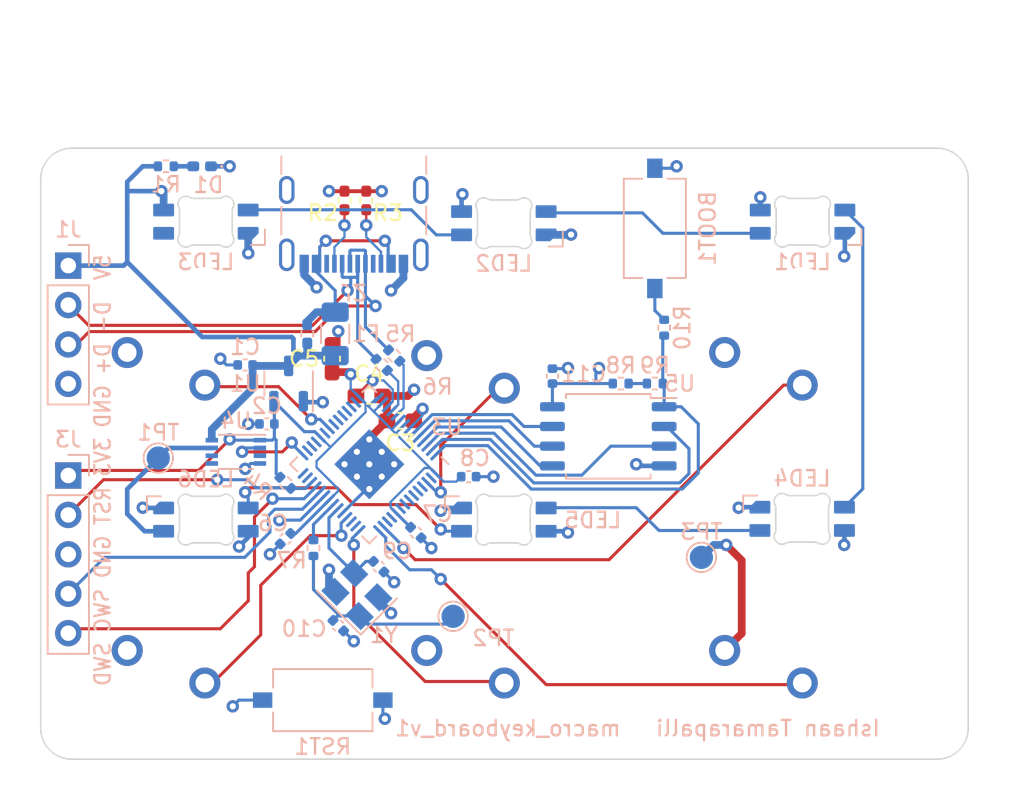
<source format=kicad_pcb>
(kicad_pcb (version 20221018) (generator pcbnew)
  (layers (0 "F.Cu" signal) (1 "In1.Cu" signal) (2 "In2.Cu" signal) (31 "B.Cu" signal) (34 "B.Paste" user) (35 "F.Paste" user) (36 "B.SilkS" user "B.Silkscreen") (37 "F.SilkS" user "F.Silkscreen") (38 "B.Mask" user) (39 "F.Mask" user) (44 "Edge.Cuts" user))
  (net 0 "")
  (net 1 "GND")
  (net 2 "Net-(BOOT1-Pad2)")
  (net 3 "+5V")
  (net 4 "+3V3")
  (net 5 "+1V1")
  (net 6 "/XIN")
  (net 7 "Net-(C10-Pad1)")
  (net 8 "Net-(D1-A)")
  (net 9 "VBUS")
  (net 10 "/USB_D-")
  (net 11 "/USB_D+")
  (net 12 "Net-(J2-CC1)")
  (net 14 "Net-(J2-CC2)")
  (net 17 "/RESET")
  (net 18 "/SWC")
  (net 19 "/SWD")
  (net 20 "/LED_CTRL_5V")
  (net 21 "Net-(U3-USB_DP)")
  (net 22 "Net-(U3-USB_DM)")
  (net 23 "/XOUT")
  (net 24 "Net-(R8-Pad1)")
  (net 25 "/Q_SEL")
  (net 48 "/Q_IO3")
  (net 49 "/Q_CLK")
  (net 50 "/Q_IO0")
  (net 51 "/Q_IO2")
  (net 52 "/Q_IO1")
  (net 53 "/LED_CTRL_3V3")
  (net 57 "Net-(LED4-DIN)")
  (net 58 "Net-(LED5-DIN)")
  (net 59 "Net-(LED1-DOUT)")
  (net 60 "Net-(LED2-DOUT)")
  (net 62 "Net-(LED1-DIN)")
  (net 63 "/GPIO23")
  (net 64 "/GPIO1")
  (net 65 "/GPIO15")
  (net 66 "/GPIO12")
  (net 67 "/GPIO11")
  (net 68 "/GPIO10")
  (footprint "Capacitor_SMD:C_0603_1608Metric_Pad1.08x0.95mm_HandSolder" (layer "F.Cu") (at 175.4 83.8 90)
    (fp_text reference "C5")
    (fp_text value "10u")
  )
  (footprint "PCM_marbastlib-choc:SW_choc_v1_1u" (layer "F.Cu") (at 186.5 98.8)
    (fp_text reference "CH11" hide)
    (fp_text value "choc_SW_solder" hide)
  )
  (footprint "PCM_marbastlib-choc:SW_choc_v1_1u" (layer "F.Cu") (at 205.7 98.8)
    (fp_text reference "CH12" hide)
    (fp_text value "choc_SW_solder" hide)
  )
  (footprint "PCM_marbastlib-choc:SW_choc_v1_1u" (layer "F.Cu") (at 167.2 98.8)
    (fp_text reference "CH10" hide)
    (fp_text value "choc_SW_solder" hide)
  )
  (footprint "Capacitor_SMD:C_0603_1608Metric_Pad1.08x0.95mm_HandSolder" (layer "F.Cu") (at 179.8 87.8 180)
    (fp_text reference "C3")
    (fp_text value "1u")
  )
  (footprint "PCM_marbastlib-choc:SW_choc_v1_1u" (layer "F.Cu") (at 186.5 79.8)
    (fp_text reference "CH8" hide)
    (fp_text value "choc_SW_solder" hide)
  )
  (footprint "PCM_marbastlib-choc:SW_choc_v1_1u" (layer "F.Cu") (at 167.2 79.6)
    (fp_text reference "CH7" hide)
    (fp_text value "choc_SW_solder" hide)
  )
  (footprint "Capacitor_SMD:C_0603_1608Metric_Pad1.08x0.95mm_HandSolder" (layer "F.Cu") (at 177.8 86.2)
    (fp_text reference "C4")
    (fp_text value "100n")
  )
  (footprint "Resistor_SMD:R_0402_1005Metric_Pad0.72x0.64mm_HandSolder" (layer "F.Cu") (at 177.6 73.6 90)
    (fp_text reference "R3")
    (fp_text value "5k1")
  )
  (footprint "PCM_marbastlib-choc:SW_choc_v1_1u" (layer "F.Cu") (at 205.7 79.6)
    (fp_text reference "CH9" hide)
    (fp_text value "choc_SW_solder" hide)
  )
  (footprint "Resistor_SMD:R_0402_1005Metric_Pad0.72x0.64mm_HandSolder" (layer "F.Cu") (at 176.2 73.6 90)
    (fp_text reference "R2")
    (fp_text value "5k1")
  )
  (footprint "Resistor_SMD:R_0402_1005Metric" (layer "B.Cu") (at 196.2 85.4 180)
    (fp_text reference "R9")
    (fp_text value "5k1")
  )
  (footprint "Package_DFN_QFN:QFN-56-1EP_7x7mm_P0.4mm_EP3.2x3.2mm" (layer "B.Cu") (at 177.8 90.6 135)
    (fp_text reference "U3")
    (fp_text value "RP2040")
  )
  (footprint "Resistor_SMD:R_0402_1005Metric" (layer "B.Cu") (at 194 85.4 180)
    (fp_text reference "R8")
    (fp_text value "5k1")
  )
  (footprint "PCM_marbastlib-choc:LED_choc_6028R" (layer "B.Cu") (at 186.468585 75.067444)
    (fp_text reference "LED2")
    (fp_text value "choc_SK6812MINI-E" hide)
    (fp_line (start -1.699999 0.702841) (end -1.699999 -0.702843) (stroke (width 0.1)) (layer "Edge.Cuts"))
    (fp_line (start -0.794452 -1.5) (end 0.794453 -1.5) (stroke (width 0.1)) (layer "Edge.Cuts"))
    (fp_line (start 0.794452 1.499999) (end -0.794452 1.499999) (stroke (width 0.1)) (layer "Edge.Cuts"))
    (fp_line (start 1.699999 -0.702843) (end 1.699999 0.702841) (stroke (width 0.1)) (layer "Edge.Cuts"))
    (fp_arc (start -1.749484 -0.919721) (mid -1.712527 -0.814069) (end -1.699999 -0.702843) (stroke (width 0.1)) (layer "Edge.Cuts"))
    (fp_arc (start -1.749484 -0.919721) (mid -1.638071 -1.504036) (end -1.046711 -1.5683) (stroke (width 0.1)) (layer "Edge.Cuts"))
    (fp_arc (start -1.699999 0.702842) (mid -1.712527 0.814067) (end -1.749484 0.919719) (stroke (width 0.1)) (layer "Edge.Cuts"))
    (fp_arc (start -1.046711 1.568296) (mid -1.63807 1.504033) (end -1.749484 0.919719) (stroke (width 0.1)) (layer "Edge.Cuts"))
    (fp_arc (start -1.04671 1.568298) (mid -0.925122 1.517376) (end -0.794452 1.499999) (stroke (width 0.1)) (layer "Edge.Cuts"))
    (fp_arc (start -0.794453 -1.500001) (mid -0.925123 -1.517378) (end -1.046711 -1.5683) (stroke (width 0.1)) (layer "Edge.Cuts"))
    (fp_arc (start 0.794452 1.499999) (mid 0.925123 1.517376) (end 1.046711 1.568298) (stroke (width 0.1)) (layer "Edge.Cuts"))
    (fp_arc (start 1.046711 -1.568299) (mid 0.925123 -1.517377) (end 0.794453 -1.5) (stroke (width 0.1)) (layer "Edge.Cuts"))
    (fp_arc (start 1.046711 -1.568299) (mid 1.638071 -1.504036) (end 1.749484 -0.919721) (stroke (width 0.1)) (layer "Edge.Cuts"))
    (fp_arc (start 1.699999 -0.702844) (mid 1.712538 -0.814067) (end 1.749484 -0.919721) (stroke (width 0.1)) (layer "Edge.Cuts"))
    (fp_arc (start 1.749484 0.919718) (mid 1.638073 1.504037) (end 1.046711 1.568298) (stroke (width 0.1)) (layer "Edge.Cuts"))
    (fp_arc (start 1.749484 0.919719) (mid 1.712541 0.814065) (end 1.699999 0.702841) (stroke (width 0.1)) (layer "Edge.Cuts"))
  )
  (footprint "Fuse:Fuse_1206_3216Metric" (layer "B.Cu") (at 175.6 82.2 -90)
    (fp_text reference "F1")
    (fp_text value "Fuse_Small")
  )
  (footprint "MountingHole:MountingHole_2.5mm" (layer "B.Cu") (at 213.593585 73.017444 180)
    (fp_text reference "H1" hide)
    (fp_text value "MountingHole")
  )
  (footprint "Button_Switch_SMD:SW_Tactile_SPST_NO_Straight_CK_PTS636Sx25SMTRLFS" (layer "B.Cu") (at 174.8 105.8 180)
    (fp_text reference "RST1")
    (fp_text value "SW_Push")
  )
  (footprint "PCM_marbastlib-choc:LED_choc_6028R" (layer "B.Cu") (at 167.268585 74.967444)
    (fp_text reference "LED3")
    (fp_text value "choc_SK6812MINI-E" hide)
    (fp_line (start -1.699999 0.702841) (end -1.699999 -0.702843) (stroke (width 0.1)) (layer "Edge.Cuts"))
    (fp_line (start -0.794452 -1.5) (end 0.794453 -1.5) (stroke (width 0.1)) (layer "Edge.Cuts"))
    (fp_line (start 0.794452 1.499999) (end -0.794452 1.499999) (stroke (width 0.1)) (layer "Edge.Cuts"))
    (fp_line (start 1.699999 -0.702843) (end 1.699999 0.702841) (stroke (width 0.1)) (layer "Edge.Cuts"))
    (fp_arc (start -1.749484 -0.919721) (mid -1.712527 -0.814069) (end -1.699999 -0.702843) (stroke (width 0.1)) (layer "Edge.Cuts"))
    (fp_arc (start -1.749484 -0.919721) (mid -1.638071 -1.504036) (end -1.046711 -1.5683) (stroke (width 0.1)) (layer "Edge.Cuts"))
    (fp_arc (start -1.699999 0.702842) (mid -1.712527 0.814067) (end -1.749484 0.919719) (stroke (width 0.1)) (layer "Edge.Cuts"))
    (fp_arc (start -1.046711 1.568296) (mid -1.63807 1.504033) (end -1.749484 0.919719) (stroke (width 0.1)) (layer "Edge.Cuts"))
    (fp_arc (start -1.04671 1.568298) (mid -0.925122 1.517376) (end -0.794452 1.499999) (stroke (width 0.1)) (layer "Edge.Cuts"))
    (fp_arc (start -0.794453 -1.500001) (mid -0.925123 -1.517378) (end -1.046711 -1.5683) (stroke (width 0.1)) (layer "Edge.Cuts"))
    (fp_arc (start 0.794452 1.499999) (mid 0.925123 1.517376) (end 1.046711 1.568298) (stroke (width 0.1)) (layer "Edge.Cuts"))
    (fp_arc (start 1.046711 -1.568299) (mid 0.925123 -1.517377) (end 0.794453 -1.5) (stroke (width 0.1)) (layer "Edge.Cuts"))
    (fp_arc (start 1.046711 -1.568299) (mid 1.638071 -1.504036) (end 1.749484 -0.919721) (stroke (width 0.1)) (layer "Edge.Cuts"))
    (fp_arc (start 1.699999 -0.702844) (mid 1.712538 -0.814067) (end 1.749484 -0.919721) (stroke (width 0.1)) (layer "Edge.Cuts"))
    (fp_arc (start 1.749484 0.919718) (mid 1.638073 1.504037) (end 1.046711 1.568298) (stroke (width 0.1)) (layer "Edge.Cuts"))
    (fp_arc (start 1.749484 0.919719) (mid 1.712541 0.814065) (end 1.699999 0.702841) (stroke (width 0.1)) (layer "Edge.Cuts"))
  )
  (footprint "Button_Switch_SMD:SW_Tactile_SPST_NO_Straight_CK_PTS636Sx25SMTRLFS" (layer "B.Cu") (at 196.2 75.4 -90)
    (fp_text reference "BOOT1")
    (fp_text value "SW_Push")
  )
  (footprint "Resistor_SMD:R_0402_1005Metric" (layer "B.Cu") (at 196.8 81.8 90)
    (fp_text reference "R10")
    (fp_text value "1k")
  )
  (footprint "Capacitor_SMD:C_0402_1005Metric" (layer "B.Cu") (at 184.2 91.4)
    (fp_text reference "C8")
    (fp_text value "100n")
  )
  (footprint "Capacitor_SMD:C_0402_1005Metric" (layer "B.Cu") (at 189.6 84.92 90)
    (fp_text reference "C11")
    (fp_text value "100n")
  )
  (footprint "PCM_marbastlib-choc:LED_choc_6028R" (layer "B.Cu") (at 205.718585 74.967444)
    (fp_text reference "LED1")
    (fp_text value "choc_SK6812MINI-E" hide)
    (fp_line (start -1.699999 0.702841) (end -1.699999 -0.702843) (stroke (width 0.1)) (layer "Edge.Cuts"))
    (fp_line (start -0.794452 -1.5) (end 0.794453 -1.5) (stroke (width 0.1)) (layer "Edge.Cuts"))
    (fp_line (start 0.794452 1.499999) (end -0.794452 1.499999) (stroke (width 0.1)) (layer "Edge.Cuts"))
    (fp_line (start 1.699999 -0.702843) (end 1.699999 0.702841) (stroke (width 0.1)) (layer "Edge.Cuts"))
    (fp_arc (start -1.749484 -0.919721) (mid -1.712527 -0.814069) (end -1.699999 -0.702843) (stroke (width 0.1)) (layer "Edge.Cuts"))
    (fp_arc (start -1.749484 -0.919721) (mid -1.638071 -1.504036) (end -1.046711 -1.5683) (stroke (width 0.1)) (layer "Edge.Cuts"))
    (fp_arc (start -1.699999 0.702842) (mid -1.712527 0.814067) (end -1.749484 0.919719) (stroke (width 0.1)) (layer "Edge.Cuts"))
    (fp_arc (start -1.046711 1.568296) (mid -1.63807 1.504033) (end -1.749484 0.919719) (stroke (width 0.1)) (layer "Edge.Cuts"))
    (fp_arc (start -1.04671 1.568298) (mid -0.925122 1.517376) (end -0.794452 1.499999) (stroke (width 0.1)) (layer "Edge.Cuts"))
    (fp_arc (start -0.794453 -1.500001) (mid -0.925123 -1.517378) (end -1.046711 -1.5683) (stroke (width 0.1)) (layer "Edge.Cuts"))
    (fp_arc (start 0.794452 1.499999) (mid 0.925123 1.517376) (end 1.046711 1.568298) (stroke (width 0.1)) (layer "Edge.Cuts"))
    (fp_arc (start 1.046711 -1.568299) (mid 0.925123 -1.517377) (end 0.794453 -1.5) (stroke (width 0.1)) (layer "Edge.Cuts"))
    (fp_arc (start 1.046711 -1.568299) (mid 1.638071 -1.504036) (end 1.749484 -0.919721) (stroke (width 0.1)) (layer "Edge.Cuts"))
    (fp_arc (start 1.699999 -0.702844) (mid 1.712538 -0.814067) (end 1.749484 -0.919721) (stroke (width 0.1)) (layer "Edge.Cuts"))
    (fp_arc (start 1.749484 0.919718) (mid 1.638073 1.504037) (end 1.046711 1.568298) (stroke (width 0.1)) (layer "Edge.Cuts"))
    (fp_arc (start 1.749484 0.919719) (mid 1.712541 0.814065) (end 1.699999 0.702841) (stroke (width 0.1)) (layer "Edge.Cuts"))
  )
  (footprint "TestPoint:TestPoint_Pad_D1.5mm" (layer "B.Cu") (at 164.2 90.2 180)
    (fp_text reference "TP1")
    (fp_text value "TestPoint")
  )
  (footprint "Resistor_SMD:R_0402_1005Metric_Pad0.72x0.64mm_HandSolder" (layer "B.Cu") (at 173.8 82.1975 -90)
    (fp_text reference "R11" hide)
    (fp_text value "0")
  )
  (footprint "MountingHole:MountingHole_2.5mm" (layer "B.Cu") (at 159.393585 106.817444 180)
    (fp_text reference "H4" hide)
    (fp_text value "MountingHole" hide)
  )
  (footprint "TestPoint:TestPoint_Pad_D1.5mm" (layer "B.Cu") (at 199.2 96.6 180)
    (fp_text reference "TP3")
    (fp_text value "TestPoint")
  )
  (footprint "Capacitor_SMD:C_0402_1005Metric" (layer "B.Cu") (at 180.8 95 -45)
    (fp_text reference "C7")
    (fp_text value "100n")
  )
  (footprint "Crystal:Crystal_SMD_3225-4Pin_3.2x2.5mm" (layer "B.Cu") (at 177 99 135)
    (fp_text reference "Y1")
    (fp_text value "12MHz")
  )
  (footprint "Capacitor_SMD:C_0402_1005Metric" (layer "B.Cu") (at 178.4 97.2 135)
    (fp_text reference "C9")
    (fp_text value "22p")
  )
  (footprint "Resistor_SMD:R_0402_1005Metric" (layer "B.Cu") (at 164.69 71.4)
    (fp_text reference "R1")
    (fp_text value "1k5")
  )
  (footprint "Connector_PinHeader_2.54mm:PinHeader_1x04_P2.54mm_Vertical" (layer "B.Cu") (at 158.4 77.8 180)
    (fp_text reference "J1")
    (fp_text value "Conn_01x04" hide)
  )
  (footprint "Connector_USB:USB_C_Receptacle_GCT_USB4105-xx-A_16P_TopMnt_Horizontal" (layer "B.Cu") (at 176.8 74)
    (fp_text reference "J2")
    (fp_text value "USB_C_Receptacle_USB2.0" hide)
  )
  (footprint "Resistor_SMD:R_0402_1005Metric" (layer "B.Cu") (at 172.4 91.8 135)
    (fp_text reference "R4")
    (fp_text value "5k1")
  )
  (footprint "Resistor_SMD:R_0402_1005Metric" (layer "B.Cu") (at 174.2 96 -90)
    (fp_text reference "R7")
    (fp_text value "1k")
  )
  (footprint "LED_SMD:LED_0402_1005Metric_Pad0.77x0.64mm_HandSolder" (layer "B.Cu") (at 167.0275 71.4 180)
    (fp_text reference "D1")
    (fp_text value "RED")
  )
  (footprint "Capacitor_SMD:C_0402_1005Metric" (layer "B.Cu") (at 171.2 88 180)
    (fp_text reference "C2")
    (fp_text value "1u")
  )
  (footprint "PCM_marbastlib-choc:LED_choc_6028R" (layer "B.Cu") (at 186.468585 94.167444 180)
    (fp_text reference "LED5")
    (fp_text value "choc_SK6812MINI-E" hide)
    (fp_line (start -1.699999 0.702841) (end -1.699999 -0.702843) (stroke (width 0.1)) (layer "Edge.Cuts"))
    (fp_line (start -0.794452 -1.5) (end 0.794453 -1.5) (stroke (width 0.1)) (layer "Edge.Cuts"))
    (fp_line (start 0.794452 1.499999) (end -0.794452 1.499999) (stroke (width 0.1)) (layer "Edge.Cuts"))
    (fp_line (start 1.699999 -0.702843) (end 1.699999 0.702841) (stroke (width 0.1)) (layer "Edge.Cuts"))
    (fp_arc (start -1.749484 -0.919721) (mid -1.712527 -0.814069) (end -1.699999 -0.702843) (stroke (width 0.1)) (layer "Edge.Cuts"))
    (fp_arc (start -1.749484 -0.919721) (mid -1.638071 -1.504036) (end -1.046711 -1.5683) (stroke (width 0.1)) (layer "Edge.Cuts"))
    (fp_arc (start -1.699999 0.702842) (mid -1.712527 0.814067) (end -1.749484 0.919719) (stroke (width 0.1)) (layer "Edge.Cuts"))
    (fp_arc (start -1.046711 1.568296) (mid -1.63807 1.504033) (end -1.749484 0.919719) (stroke (width 0.1)) (layer "Edge.Cuts"))
    (fp_arc (start -1.04671 1.568298) (mid -0.925122 1.517376) (end -0.794452 1.499999) (stroke (width 0.1)) (layer "Edge.Cuts"))
    (fp_arc (start -0.794453 -1.500001) (mid -0.925123 -1.517378) (end -1.046711 -1.5683) (stroke (width 0.1)) (layer "Edge.Cuts"))
    (fp_arc (start 0.794452 1.499999) (mid 0.925123 1.517376) (end 1.046711 1.568298) (stroke (width 0.1)) (layer "Edge.Cuts"))
    (fp_arc (start 1.046711 -1.568299) (mid 0.925123 -1.517377) (end 0.794453 -1.5) (stroke (width 0.1)) (layer "Edge.Cuts"))
    (fp_arc (start 1.046711 -1.568299) (mid 1.638071 -1.504036) (end 1.749484 -0.919721) (stroke (width 0.1)) (layer "Edge.Cuts"))
    (fp_arc (start 1.699999 -0.702844) (mid 1.712538 -0.814067) (end 1.749484 -0.919721) (stroke (width 0.1)) (layer "Edge.Cuts"))
    (fp_arc (start 1.749484 0.919718) (mid 1.638073 1.504037) (end 1.046711 1.568298) (stroke (width 0.1)) (layer "Edge.Cuts"))
    (fp_arc (start 1.749484 0.919719) (mid 1.712541 0.814065) (end 1.699999 0.702841) (stroke (width 0.1)) (layer "Edge.Cuts"))
  )
  (footprint "PCM_marbastlib-choc:LED_choc_6028R" (layer "B.Cu") (at 205.693585 94.117444 180)
    (fp_text reference "LED4")
    (fp_text value "choc_SK6812MINI-E" hide)
    (fp_line (start -1.699999 0.702841) (end -1.699999 -0.702843) (stroke (width 0.1)) (layer "Edge.Cuts"))
    (fp_line (start -0.794452 -1.5) (end 0.794453 -1.5) (stroke (width 0.1)) (layer "Edge.Cuts"))
    (fp_line (start 0.794452 1.499999) (end -0.794452 1.499999) (stroke (width 0.1)) (layer "Edge.Cuts"))
    (fp_line (start 1.699999 -0.702843) (end 1.699999 0.702841) (stroke (width 0.1)) (layer "Edge.Cuts"))
    (fp_arc (start -1.749484 -0.919721) (mid -1.712527 -0.814069) (end -1.699999 -0.702843) (stroke (width 0.1)) (layer "Edge.Cuts"))
    (fp_arc (start -1.749484 -0.919721) (mid -1.638071 -1.504036) (end -1.046711 -1.5683) (stroke (width 0.1)) (layer "Edge.Cuts"))
    (fp_arc (start -1.699999 0.702842) (mid -1.712527 0.814067) (end -1.749484 0.919719) (stroke (width 0.1)) (layer "Edge.Cuts"))
    (fp_arc (start -1.046711 1.568296) (mid -1.63807 1.504033) (end -1.749484 0.919719) (stroke (width 0.1)) (layer "Edge.Cuts"))
    (fp_arc (start -1.04671 1.568298) (mid -0.925122 1.517376) (end -0.794452 1.499999) (stroke (width 0.1)) (layer "Edge.Cuts"))
    (fp_arc (start -0.794453 -1.500001) (mid -0.925123 -1.517378) (end -1.046711 -1.5683) (stroke (width 0.1)) (layer "Edge.Cuts"))
    (fp_arc (start 0.794452 1.499999) (mid 0.925123 1.517376) (end 1.046711 1.568298) (stroke (width 0.1)) (layer "Edge.Cuts"))
    (fp_arc (start 1.046711 -1.568299) (mid 0.925123 -1.517377) (end 0.794453 -1.5) (stroke (width 0.1)) (layer "Edge.Cuts"))
    (fp_arc (start 1.046711 -1.568299) (mid 1.638071 -1.504036) (end 1.749484 -0.919721) (stroke (width 0.1)) (layer "Edge.Cuts"))
    (fp_arc (start 1.699999 -0.702844) (mid 1.712538 -0.814067) (end 1.749484 -0.919721) (stroke (width 0.1)) (layer "Edge.Cuts"))
    (fp_arc (start 1.749484 0.919718) (mid 1.638073 1.504037) (end 1.046711 1.568298) (stroke (width 0.1)) (layer "Edge.Cuts"))
    (fp_arc (start 1.749484 0.919719) (mid 1.712541 0.814065) (end 1.699999 0.702841) (stroke (width 0.1)) (layer "Edge.Cuts"))
  )
  (footprint "MountingHole:MountingHole_2.5mm" (layer "B.Cu") (at 213.593585 106.817444 180)
    (fp_text reference "H3" hide)
    (fp_text value "MountingHole" hide)
  )
  (footprint "Package_SO:SOIC-8_5.23x5.23mm_P1.27mm" (layer "B.Cu") (at 193.2 88.8 180)
    (fp_text reference "U5")
    (fp_text value "W25Q128JVS")
  )
  (footprint "Capacitor_SMD:C_0402_1005Metric" (layer "B.Cu") (at 175.8 101 -45)
    (fp_text reference "C10")
    (fp_text value "22p")
  )
  (footprint "Package_TO_SOT_SMD:SOT-23-3" (layer "B.Cu") (at 172.6 85.4 90)
    (fp_text reference "U1")
    (fp_text value "XC6206PxxxMR")
  )
  (footprint "Connector_PinHeader_2.54mm:PinHeader_1x05_P2.54mm_Vertical" (layer "B.Cu") (at 158.4 91.325 180)
    (fp_text reference "J3")
    (fp_text value "Conn_01x05" hide)
  )
  (footprint "PCM_marbastlib-choc:LED_choc_6028R" (layer "B.Cu") (at 167.268585 94.167444 180)
    (fp_text reference "LED6")
    (fp_text value "choc_SK6812MINI-E" hide)
    (fp_line (start -1.699999 0.702841) (end -1.699999 -0.702843) (stroke (width 0.1)) (layer "Edge.Cuts"))
    (fp_line (start -0.794452 -1.5) (end 0.794453 -1.5) (stroke (width 0.1)) (layer "Edge.Cuts"))
    (fp_line (start 0.794452 1.499999) (end -0.794452 1.499999) (stroke (width 0.1)) (layer "Edge.Cuts"))
    (fp_line (start 1.699999 -0.702843) (end 1.699999 0.702841) (stroke (width 0.1)) (layer "Edge.Cuts"))
    (fp_arc (start -1.749484 -0.919721) (mid -1.712527 -0.814069) (end -1.699999 -0.702843) (stroke (width 0.1)) (layer "Edge.Cuts"))
    (fp_arc (start -1.749484 -0.919721) (mid -1.638071 -1.504036) (end -1.046711 -1.5683) (stroke (width 0.1)) (layer "Edge.Cuts"))
    (fp_arc (start -1.699999 0.702842) (mid -1.712527 0.814067) (end -1.749484 0.919719) (stroke (width 0.1)) (layer "Edge.Cuts"))
    (fp_arc (start -1.046711 1.568296) (mid -1.63807 1.504033) (end -1.749484 0.919719) (stroke (width 0.1)) (layer "Edge.Cuts"))
    (fp_arc (start -1.04671 1.568298) (mid -0.925122 1.517376) (end -0.794452 1.499999) (stroke (width 0.1)) (layer "Edge.Cuts"))
    (fp_arc (start -0.794453 -1.500001) (mid -0.925123 -1.517378) (end -1.046711 -1.5683) (stroke (width 0.1)) (layer "Edge.Cuts"))
    (fp_arc (start 0.794452 1.499999) (mid 0.925123 1.517376) (end 1.046711 1.568298) (stroke (width 0.1)) (layer "Edge.Cuts"))
    (fp_arc (start 1.046711 -1.568299) (mid 0.925123 -1.517377) (end 0.794453 -1.5) (stroke (width 0.1)) (layer "Edge.Cuts"))
    (fp_arc (start 1.046711 -1.568299) (mid 1.638071 -1.504036) (end 1.749484 -0.919721) (stroke (width 0.1)) (layer "Edge.Cuts"))
    (fp_arc (start 1.699999 -0.702844) (mid 1.712538 -0.814067) (end 1.749484 -0.919721) (stroke (width 0.1)) (layer "Edge.Cuts"))
    (fp_arc (start 1.749484 0.919718) (mid 1.638073 1.504037) (end 1.046711 1.568298) (stroke (width 0.1)) (layer "Edge.Cuts"))
    (fp_arc (start 1.749484 0.919719) (mid 1.712541 0.814065) (end 1.699999 0.702841) (stroke (width 0.1)) (layer "Edge.Cuts"))
  )
  (footprint "Capacitor_SMD:C_0402_1005Metric" (layer "B.Cu") (at 169.8 84.2 180)
    (fp_text reference "C1")
    (fp_text value "1u")
  )
  (footprint "Package_SO:VSSOP-8_2.3x2mm_P0.5mm" (layer "B.Cu") (at 169.2 89.8 180)
    (fp_text reference "U4")
    (fp_text value "74LVC2T45DC")
  )
  (footprint "Capacitor_SMD:C_0402_1005Metric" (layer "B.Cu") (at 172.4 95.4 -135)
    (fp_text reference "C6")
    (fp_text value "100n")
  )
  (footprint "Resistor_SMD:R_0402_1005Metric" (layer "B.Cu") (at 178.6 84.2 135)
    (fp_text reference "R6")
    (fp_text value "27")
  )
  (footprint "MountingHole:MountingHole_2.5mm" (layer "B.Cu") (at 159.393585 73.017444 180)
    (fp_text reference "H2" hide)
    (fp_text value "MountingHole" hide)
  )
  (footprint "TestPoint:TestPoint_Pad_D1.5mm" (layer "B.Cu") (at 183.2 100.4 180)
    (fp_text reference "TP2")
    (fp_text value "TestPoint")
  )
  (footprint "Resistor_SMD:R_0402_1005Metric" (layer "B.Cu") (at 179.4 83.6 135)
    (fp_text reference "R5")
    (fp_text value "27")
  )
  (gr_arc (start 158.622014 109.603222) (mid 157.207791 109.017444) (end 156.622013 107.603221) (stroke (width 0.1)) (layer "Edge.Cuts"))
  (gr_arc (start 216.393585 107.603222) (mid 215.807803 109.01744) (end 214.393585 109.603222) (stroke (width 0.1)) (layer "Edge.Cuts"))
  (gr_arc (start 214.393585 70.23165) (mid 215.807803 70.817432) (end 216.393585 72.23165) (stroke (width 0.1)) (layer "Edge.Cuts"))
  (gr_line (start 214.393585 70.23165) (end 158.622013 70.23165) (stroke (width 0.1)) (layer "Edge.Cuts"))
  (gr_line (start 216.393585 72.23165) (end 216.393585 107.603222) (stroke (width 0.1)) (layer "Edge.Cuts"))
  (gr_arc (start 156.622013 72.23165) (mid 157.207801 70.817446) (end 158.622013 70.23165) (stroke (width 0.1)) (layer "Edge.Cuts"))
  (gr_line (start 156.622013 72.23165) (end 156.622013 107.603221) (stroke (width 0.1)) (layer "Edge.Cuts"))
  (gr_line (start 158.622014 109.603222) (end 214.393585 109.603222) (stroke (width 0.1)) (layer "Edge.Cuts"))
  (gr_text "5V  D- D+ GND" (at 161.2 77 90) (layer "B.SilkS") (effects (font (size 1 0.9)) (justify left bottom mirror)))
  (gr_text "3V3 RST GND SWC SWD" (at 161.2 88.8 90) (layer "B.SilkS") (effects (font (size 1 0.9)) (justify left bottom mirror)))
  (gr_text "Ishaan Tamarapalli   macro_keyboard_v1\n" (at 210.8 108.2) (layer "B.SilkS") (effects (font (size 1 1)) (justify left bottom mirror)))
  (segment (start 180.283904 86.2) (end 180.683904 85.8) (width 0.5) (layer "F.Cu") (net 1))
  (segment (start 178.6625 86.2) (end 180.283904 86.2) (width 0.5) (layer "F.Cu") (net 1))
  (segment (start 176.2 73.0025) (end 175.2025 73.0025) (width 0.25) (layer "F.Cu") (net 1))
  (segment (start 176.2 73.0025) (end 177.6 73.0025) (width 0.25) (layer "F.Cu") (net 1))
  (segment (start 177.6 73.0025) (end 178.5975 73.0025) (width 0.25) (layer "F.Cu") (net 1))
  (segment (start 177.8 89) (end 177.8 88.9375) (width 0.5) (layer "F.Cu") (net 1))
  (segment (start 177.8 88.9375) (end 178.9375 87.8) (width 0.5) (layer "F.Cu") (net 1))
  (segment (start 178.5975 73.0025) (end 178.6 73) (width 0.25) (layer "F.Cu") (net 1))
  (segment (start 175.8 82.9375) (end 175.8 82.0245) (width 0.3) (layer "F.Cu") (net 1))
  (segment (start 178.9375 87.8) (end 178.9375 86.525) (width 0.5) (layer "F.Cu") (net 1))
  (segment (start 175.2025 73.0025) (end 175.2 73) (width 0.25) (layer "F.Cu") (net 1))
  (via (at 175.8 82.0245) (size 0.8) (drill 0.4) (layers "F.Cu" "B.Cu") (net 1))
  (via (at 177.8 90.6) (size 0.8) (drill 0.4) (layers "F.Cu" "B.Cu") (net 1))
  (via (at 178.6 91.4) (size 0.8) (drill 0.4) (layers "F.Cu" "B.Cu") (net 1))
  (via (at 179.2 100.2) (size 0.8) (drill 0.4) (layers "F.Cu" "B.Cu") (net 1))
  (via (at 180.683904 85.8) (size 0.8) (drill 0.4) (layers "F.Cu" "B.Cu") (net 1))
  (via (at 195 90.6) (size 0.8) (drill 0.4) (layers "F.Cu" "B.Cu") (net 1))
  (via (at 177 89.8) (size 0.8) (drill 0.4) (layers "F.Cu" "B.Cu") (net 1))
  (via (at 181.8 96) (size 0.8) (drill 0.4) (layers "F.Cu" "B.Cu") (net 1))
  (via (at 170 77) (size 0.8) (drill 0.4) (layers "F.Cu" "B.Cu") (net 1))
  (via (at 178.6 73) (size 0.8) (drill 0.4) (layers "F.Cu" "B.Cu") (net 1))
  (via (at 179.2 79.4) (size 0.8) (drill 0.4) (layers "F.Cu" "B.Cu") (net 1))
  (via (at 190.8 75.8) (size 0.8) (drill 0.4) (layers "F.Cu" "B.Cu") (net 1))
  (via (at 182.4 93.6) (size 0.8) (drill 0.4) (layers "F.Cu" "B.Cu") (net 1))
  (via (at 168.2 83.8) (size 0.8) (drill 0.4) (layers "F.Cu" "B.Cu") (net 1))
  (via (at 171.4 96.4) (size 0.8) (drill 0.4) (layers "F.Cu" "B.Cu") (net 1))
  (via (at 197.6 71.4) (size 0.8) (drill 0.4) (layers "F.Cu" "B.Cu") (net 1))
  (via (at 175.2 73) (size 0.8) (drill 0.4) (layers "F.Cu" "B.Cu") (net 1))
  (via (at 185.8 91.4) (size 0.8) (drill 0.4) (layers "F.Cu" "B.Cu") (net 1))
  (via (at 177.8 89) (size 0.8) (drill 0.4) (layers "F.Cu" "B.Cu") (net 1))
  (via (at 176.2 90.6) (size 0.8) (drill 0.4) (layers "F.Cu" "B.Cu") (net 1))
  (via (at 170 88) (size 0.8) (drill 0.4) (layers "F.Cu" "B.Cu") (net 1))
  (via (at 168.8 71.4) (size 0.8) (drill 0.4) (layers "F.Cu" "B.Cu") (net 1))
  (via (at 178.6 89.8) (size 0.8) (drill 0.4) (layers "F.Cu" "B.Cu") (net 1))
  (via (at 174.4 79.2) (size 0.8) (drill 0.4) (layers "F.Cu" "B.Cu") (net 1))
  (via (at 201.6 93.4) (size 0.8) (drill 0.4) (layers "F.Cu" "B.Cu") (net 1))
  (via (at 179.4 98.2) (size 0.8) (drill 0.4) (layers "F.Cu" "B.Cu") (net 1))
  (via (at 179.4 90.6) (size 0.8) (drill 0.4) (layers "F.Cu" "B.Cu") (net 1))
  (via (at 163.2 93.4) (size 0.8) (drill 0.4) (layers "F.Cu" "B.Cu") (net 1))
  (via (at 208.4 77.2) (size 0.8) (drill 0.4) (layers "F.Cu" "B.Cu") (net 1))
  (via (at 176.8 102) (size 0.8) (drill 0.4) (layers "F.Cu" "B.Cu") (net 1))
  (via (at 178.8 107) (size 0.8) (drill 0.4) (layers "F.Cu" "B.Cu") (net 1))
  (via (at 175.2 97.4) (size 0.8) (drill 0.4) (layers "F.Cu" "B.Cu") (net 1))
  (via (at 190.6 84.4) (size 0.8) (drill 0.4) (layers "F.Cu" "B.Cu") (net 1))
  (via (at 174.8 86.6) (size 0.8) (drill 0.4) (layers "F.Cu" "B.Cu") (net 1))
  (via (at 169.8 90.897896) (size 0.8) (drill 0.4) (layers "F.Cu" "B.Cu") (net 1))
  (via (at 177.8 92.2) (size 0.8) (drill 0.4) (layers "F.Cu" "B.Cu") (net 1))
  (via (at 177 91.4) (size 0.8) (drill 0.4) (layers "F.Cu" "B.Cu") (net 1))
  (segment (start 169.993585 76.993585) (end 170 77) (width 0.5) (layer "B.Cu") (net 1))
  (segment (start 178.378858 99.378858) (end 179.2 100.2) (width 0.5) (layer "B.Cu") (net 1))
  (segment (start 177.8 92.014213) (end 177.8 92.014213) (width 0.15) (layer "B.Cu") (net 1))
  (segment (start 181.139411 95.339411) (end 181.8 96) (width 0.2) (layer "B.Cu") (net 1))
  (segment (start 163.217444 93.417444) (end 163.2 93.4) (width 0.3) (layer "B.Cu") (net 1))
  (segment (start 169.8 90.897896) (end 170.147896 90.55) (width 0.2) (layer "B.Cu") (net 1))
  (segment (start 175.2 97.4) (end 175.2 98.402081) (width 0.5) (layer "B.Cu") (net 1))
  (segment (start 173.6 78.4) (end 173.6 77.68) (width 0.5) (layer "B.Cu") (net 1))
  (segment (start 180 78.6) (end 180 77.68) (width 0.5) (layer "B.Cu") (net 1))
  (segment (start 173.6125 86.6) (end 173.55 86.5375) (width 0.3) (layer "B.Cu") (net 1))
  (segment (start 178.675 105.8) (end 178.675 106.875) (width 0.2) (layer "B.Cu") (net 1))
  (segment (start 182.582556 93.417444) (end 183.743585 93.417444) (width 0.3) (layer "B.Cu") (net 1))
  (segment (start 184.68 91.4) (end 185.8 91.4) (width 0.2) (layer "B.Cu") (net 1))
  (segment (start 169.993585 75.717444) (end 169.993585 76.993585) (width 0.5) (layer "B.Cu") (net 1))
  (segment (start 201.632556 93.367444) (end 201.6 93.4) (width 0.3) (layer "B.Cu") (net 1))
  (segment (start 190.56 84.44) (end 190.6 84.4) (width 0.2) (layer "B.Cu") (net 1))
  (segment (start 178.739411 97.539411) (end 179.4 98.2) (width 0.2) (layer "B.Cu") (net 1))
  (segment (start 172.060589 95.739411) (end 171.4 96.4) (width 0.2) (layer "B.Cu") (net 1))
  (segment (start 182.4 93.6) (end 182.582556 93.417444) (width 0.3) (layer "B.Cu") (net 1))
  (segment (start 176.076427 93.737786) (end 177.8 92.014213) (width 0.2) (layer "B.Cu") (net 1))
  (segment (start 178.378858 99.176777) (end 178.378858 99.378858) (width 0.5) (layer "B.Cu") (net 1))
  (segment (start 202.968585 93.367444) (end 201.632556 93.367444) (width 0.3) (layer "B.Cu") (net 1))
  (segment (start 197.475 71.525) (end 197.6 71.4) (width 0.2) (layer "B.Cu") (net 1))
  (segment (start 189.6 84.44) (end 190.56 84.44) (width 0.2) (layer "B.Cu") (net 1))
  (segment (start 190.782556 75.817444) (end 190.8 75.8) (width 0.5) (layer "B.Cu") (net 1))
  (segment (start 174.8 86.6) (end 173.6125 86.6) (width 0.3) (layer "B.Cu") (net 1))
  (segment (start 196.8 90.705) (end 195.105 90.705) (width 0.3) (layer "B.Cu") (net 1))
  (segment (start 208.443585 77.156415) (end 208.443585 75.717444) (width 0.3) (layer "B.Cu") (net 1))
  (segment (start 195.105 90.705) (end 195 90.6) (width 0.3) (layer "B.Cu") (net 1))
  (segment (start 189.193585 75.817444) (end 190.782556 75.817444) (width 0.5) (layer "B.Cu") (net 1))
  (segment (start 174.4 79.2) (end 173.6 78.4) (width 0.5) (layer "B.Cu") (net 1))
  (segment (start 170.147896 90.55) (end 170.75 90.55) (width 0.2) (layer "B.Cu") (net 1))
  (segment (start 176.139411 101.339411) (end 176.8 102) (width 0.2) (layer "B.Cu") (net 1))
  (segment (start 179.2 79.4) (end 180 78.6) (width 0.5) (layer "B.Cu") (net 1))
  (segment (start 169.32 84.2) (end 168.6 84.2) (width 0.2) (layer "B.Cu") (net 1))
  (segment (start 170.72 88) (end 170 88) (width 0.2) (layer "B.Cu") (net 1))
  (segment (start 175.2 98.402081) (end 175.621142 98.823223) (width 0.5) (layer "B.Cu") (net 1))
  (segment (start 196.2 71.525) (end 197.475 71.525) (width 0.2) (layer "B.Cu") (net 1))
  (segment (start 208.4 77.2) (end 208.443585 77.156415) (width 0.3) (layer "B.Cu") (net 1))
  (segment (start 168.6 84.2) (end 168.2 83.8) (width 0.2) (layer "B.Cu") (net 1))
  (segment (start 164.543585 93.417444) (end 163.217444 93.417444) (width 0.3) (layer "B.Cu") (net 1))
  (segment (start 167.6 71.4) (end 168.8 71.4) (width 0.3) (layer "B.Cu") (net 1))
  (segment (start 178.675 106.875) (end 178.8 107) (width 0.2) (layer "B.Cu") (net 1))
  (segment (start 196.2 80.69) (end 196.2 79.275) (width 0.2) (layer "B.Cu") (net 2))
  (segment (start 196.8 81.29) (end 196.2 80.69) (width 0.2) (layer "B.Cu") (net 2))
  (via (at 203 73.4) (size 0.8) (drill 0.4) (layers "F.Cu" "B.Cu") (net 3))
  (via (at 190.6 95) (size 0.8) (drill 0.4) (layers "F.Cu" "B.Cu") (net 3))
  (via (at 164.4 73) (size 0.8) (drill 0.4) (layers "F.Cu" "B.Cu") (net 3))
  (via (at 169.403741 95.9005) (size 0.8) (drill 0.4) (layers "F.Cu" "B.Cu") (net 3))
  (via (at 183.8 73.2) (size 0.8) (drill 0.4) (layers "F.Cu" "B.Cu") (net 3))
  (via (at 208.4 95.8) (size 0.8) (drill 0.4) (layers "F.Cu" "B.Cu") (net 3))
  (segment (start 172.91 83.2475) (end 173.2625 83.6) (width 0.3) (layer "B.Cu") (net 3))
  (segment (start 172.91 82.51) (end 172.91 83.2475) (width 0.3) (layer "B.Cu") (net 3))
  (segment (start 162.2 73) (end 164.4 73) (width 0.3) (layer "B.Cu") (net 3))
  (segment (start 189.193585 94.917444) (end 190.517444 94.917444) (width 0.3) (layer "B.Cu") (net 3))
  (segment (start 173.8 83.6) (end 173.2625 83.6) (width 0.5) (layer "B.Cu") (net 3))
  (segment (start 173.8 82.795) (end 173.8 83.6) (width 0.5) (layer "B.Cu") (net 3))
  (segment (start 162.2 77.569848) (end 167.030152 82.4) (width 0.3) (layer "B.Cu") (net 3))
  (segment (start 167.030152 82.4) (end 172.8 82.4) (width 0.3) (layer "B.Cu") (net 3))
  (segment (start 190.517444 94.917444) (end 190.6 95) (width 0.3) (layer "B.Cu") (net 3))
  (segment (start 162.2 74.2) (end 162.2 77.569848) (width 0.3) (layer "B.Cu") (net 3))
  (segment (start 202.993585 73.406415) (end 203 73.4) (width 0.3) (layer "B.Cu") (net 3))
  (segment (start 172.8 82.4) (end 172.91 82.51) (width 0.3) (layer "B.Cu") (net 3))
  (segment (start 208.418585 95.781415) (end 208.4 95.8) (width 0.3) (layer "B.Cu") (net 3))
  (segment (start 169.993585 95.310656) (end 169.403741 95.9005) (width 0.3) (layer "B.Cu") (net 3))
  (segment (start 164.543585 73.143585) (end 164.4 73) (width 0.5) (layer "B.Cu") (net 3))
  (segment (start 170.3425 84.2625) (end 170.28 84.2) (width 0.5) (layer "B.Cu") (net 3))
  (segment (start 162.2 73) (end 162.2 74.2) (width 0.3) (layer "B.Cu") (net 3))
  (segment (start 169.993585 94.917444) (end 169.993585 95.310656) (width 0.3) (layer "B.Cu") (net 3))
  (segment (start 173.2625 83.6) (end 172.6 84.2625) (width 0.5) (layer "B.Cu") (net 3))
  (segment (start 164.18 71.4) (end 163.2 71.4) (width 0.3) (layer "B.Cu") (net 3))
  (segment (start 202.993585 74.217444) (end 202.993585 73.406415) (width 0.3) (layer "B.Cu") (net 3))
  (segment (start 164.543585 74.217444) (end 164.543585 73.143585) (width 0.5) (layer "B.Cu") (net 3))
  (segment (start 175.6 83.6) (end 173.8 83.6) (width 0.5) (layer "B.Cu") (net 3))
  (segment (start 161.969848 77.8) (end 158.4 77.8) (width 0.3) (layer "B.Cu") (net 3))
  (segment (start 167.65 88.35) (end 167.65 88.95) (width 0.5) (layer "B.Cu") (net 3))
  (segment (start 172.6 84.2625) (end 170.3425 84.2625) (width 0.5) (layer "B.Cu") (net 3))
  (segment (start 163.2 71.4) (end 162.2 72.4) (width 0.3) (layer "B.Cu") (net 3))
  (segment (start 170.28 85.72) (end 167.65 88.35) (width 0.5) (layer "B.Cu") (net 3))
  (segment (start 170.28 84.2) (end 170.28 85.72) (width 0.5) (layer "B.Cu") (net 3))
  (segment (start 162.2 72.4) (end 162.2 73) (width 0.3) (layer "B.Cu") (net 3))
  (segment (start 183.743585 73.256415) (end 183.8 73.2) (width 0.3) (layer "B.Cu") (net 3))
  (segment (start 208.418585 94.867444) (end 208.418585 95.781415) (width 0.3) (layer "B.Cu") (net 3))
  (segment (start 183.743585 74.317444) (end 183.743585 73.256415) (width 0.3) (layer "B.Cu") (net 3))
  (segment (start 162.2 77.569848) (end 161.969848 77.8) (width 0.3) (layer "B.Cu") (net 3))
  (segment (start 175.4 84.6625) (end 176.4625 84.6625) (width 0.5) (layer "F.Cu") (net 4))
  (segment (start 176.4625 84.6625) (end 176.6 84.8) (width 0.5) (layer "F.Cu") (net 4))
  (segment (start 166.8 91) (end 158.725 91) (width 0.2) (layer "F.Cu") (net 4))
  (segment (start 201.8 101.5) (end 200.7 102.6) (width 0.5) (layer "F.Cu") (net 4))
  (segment (start 158.725 91) (end 158.4 91.325) (width 0.2) (layer "F.Cu") (net 4))
  (segment (start 168.8 89) (end 166.8 91) (width 0.2) (layer "F.Cu") (net 4))
  (segment (start 201.8 96.8) (end 201.8 101.5) (width 0.5) (layer "F.Cu") (net 4))
  (segment (start 200.8 95.8) (end 201.8 96.8) (width 0.5) (layer "F.Cu") (net 4))
  (via (at 200.8 95.8) (size 0.8) (drill 0.4) (layers "F.Cu" "B.Cu") (net 4))
  (via (at 192.6 84.4) (size 0.8) (drill 0.4) (layers "F.Cu" "B.Cu") (net 4))
  (via (at 176.6 84.8) (size 0.8) (drill 0.4) (layers "F.Cu" "B.Cu") (net 4))
  (via (at 168.8 89) (size 0.8) (drill 0.4) (layers "F.Cu" "B.Cu") (net 4))
  (segment (start 174.4 90.8) (end 175.8 92.2) (width 0.15) (layer "B.Cu") (net 4))
  (segment (start 175.8 92.317157) (end 175.227899 92.889258) (width 0.15) (layer "B.Cu") (net 4))
  (segment (start 181.717641 90.840686) (end 182.069157 91.192202) (width 0.15) (layer "B.Cu") (net 4))
  (segment (start 175.3 89.5) (end 174.4 90.4) (width 0.15) (layer "B.Cu") (net 4))
  (segment (start 183.396955 91.723045) (end 183.72 91.4) (width 0.15) (layer "B.Cu") (net 4))
  (segment (start 178.138477 87.261523) (end 177.738477 86.861523) (width 0.15) (layer "B.Cu") (net 4))
  (segment (start 168.8 89) (end 168.85 89.05) (width 0.2) (layer "B.Cu") (net 4))
  (segment (start 171.65 86.5375) (end 173.612411 88.499911) (width 0.2) (layer "B.Cu") (net 4))
  (segment (start 174.662214 88.876427) (end 174.676427 88.876427) (width 0.15) (layer "B.Cu") (net 4))
  (segment (start 179.172056 93.386269) (end 179.172056 93.027944) (width 0.15) (layer "B.Cu") (net 4))
  (segment (start 168.85 89.05) (end 170.75 89.05) (width 0.2) (layer "B.Cu") (net 4))
  (segment (start 200.8 95.8) (end 200 95.8) (width 0.5) (layer "B.Cu") (net 4))
  (segment (start 179.538477 88.57868) (end 179.538477 88.661523) (width 0.15) (layer "B.Cu") (net 4))
  (segment (start 178.838477 87.961523) (end 178.138477 87.261523) (width 0.15) (layer "B.Cu") (net 4))
  (segment (start 173.056569 95.060589) (end 175.227899 92.889258) (width 0.2) (layer "B.Cu") (net 4))
  (segment (start 178.138477 87.150254) (end 178.675045 86.613686) (width 0.15) (layer "B.Cu") (net 4))
  (segment (start 178.138477 87.261523) (end 178.138477 87.150254) (width 0.15) (layer "B.Cu") (net 4))
  (segment (start 189.6 86.895) (end 189.6 85.4) (width 0.2) (layer "B.Cu") (net 4))
  (segment (start 171.68 88) (end 171.68 86.5675) (width 0.2) (layer "B.Cu") (net 4))
  (segment (start 172.039376 91.439376) (end 171.8 91.2) (width 0.2) (layer "B.Cu") (net 4))
  (segment (start 171.8 89.04) (end 171.68 88.92) (width 0.2) (layer "B.Cu") (net 4))
  (segment (start 182.6 91.723045) (end 183.396955 91.723045) (width 0.15) (layer "B.Cu") (net 4))
  (segment (start 177.559314 87.240686) (end 175.3 89.5) (width 0.15) (layer "B.Cu") (net 4))
  (segment (start 176.6 84.8) (end 176.6 85.723045) (width 0.15) (layer "B.Cu") (net 4))
  (segment (start 179.172056 93.027944) (end 181.359314 90.840686) (width 0.15) (layer "B.Cu") (net 4))
  (segment (start 176.6 85.723045) (end 177.207798 86.330843) (width 0.15) (layer "B.Cu") (net 4))
  (segment (start 174.285698 88.499911) (end 174.662214 88.876427) (width 0.2) (layer "B.Cu") (net 4))
  (segment (start 182.069157 91.192202) (end 182.6 91.723045) (width 0.15) (layer "B.Cu") (net 4))
  (segment (start 180.089258 88.027899) (end 179.538477 88.57868) (width 0.15) (layer "B.Cu") (net 4))
  (segment (start 173.612411 88.499911) (end 174.285698 88.499911) (width 0.2) (layer "B.Cu") (net 4))
  (segment (start 179.523573 93.737786) (end 179.172056 93.386269) (width 0.15) (layer "B.Cu") (net 4))
  (segment (start 174.676427 88.876427) (end 175.3 89.5) (width 0.15) (layer "B.Cu") (net 4))
  (segment (start 192.4 85.4) (end 189.6 85.4) (width 0.2) (layer "B.Cu") (net 4))
  (segment (start 177.207798 86.330843) (end 177.559314 86.682359) (width 0.15) (layer "B.Cu") (net 4))
  (segment (start 179.806415 87.793585) (end 179.238477 88.361523) (width 0.15) (layer "B.Cu") (net 4))
  (segment (start 192.4 85.4) (end 192.4 84.6) (width 0.2) (layer "B.Cu") (net 4))
  (segment (start 177.559314 86.682359) (end 177.559314 87.240686) (width 0.15) (layer "B.Cu") (net 4))
  (segment (start 175.8 92.2) (end 175.8 92.317157) (width 0.15) (layer "B.Cu") (net 4))
  (segment (start 192.4 84.6) (end 192.6 84.4) (width 0.2) (layer "B.Cu") (net 4))
  (segment (start 180.446376 94.660589) (end 179.523573 93.737786) (width 0.2) (layer "B.Cu") (net 4))
  (segment (start 200 95.8) (end 199.2 96.6) (width 0.5) (layer "B.Cu") (net 4))
  (segment (start 178.269157 86.330843) (end 177.738477 86.861523) (width 0.15) (layer "B.Cu") (net 4))
  (segment (start 182.069157 91.192202) (end 179.538477 88.661523) (width 0.15) (layer "B.Cu") (net 4))
  (segment (start 171.68 88.92) (end 171.55 89.05) (width 0.2) (layer "B.Cu") (net 4))
  (segment (start 178.392202 86.330843) (end 178.269157 86.330843) (width 0.15) (layer "B.Cu") (net 4))
  (segment (start 179.538477 88.661523) (end 179.238477 88.361523) (width 0.15) (layer "B.Cu") (net 4))
  (segment (start 172.739411 95.060589) (end 173.056569 95.060589) (width 0.2) (layer "B.Cu") (net 4))
  (segment (start 171.55 89.05) (end 170.75 89.05) (width 0.2) (layer "B.Cu") (net 4))
  (segment (start 171.68 86.5675) (end 171.65 86.5375) (width 0.2) (layer "B.Cu") (net 4))
  (segment (start 177.738477 86.861523) (end 177.207798 86.330843) (width 0.15) (layer "B.Cu") (net 4))
  (segment (start 179.806415 87.745056) (end 179.806415 87.793585) (width 0.15) (layer "B.Cu") (net 4))
  (segment (start 180.460589 94.660589) (end 180.446376 94.660589) (width 0.2) (layer "B.Cu") (net 4))
  (segment (start 179.238477 88.361523) (end 178.838477 87.961523) (width 0.15) (layer "B.Cu") (net 4))
  (segment (start 171.68 88) (end 171.68 88.92) (width 0.2) (layer "B.Cu") (net 4))
  (segment (start 181.359314 90.840686) (end 181.717641 90.840686) (width 0.15) (layer "B.Cu") (net 4))
  (segment (start 174.4 90.4) (end 174.4 90.8) (width 0.15) (layer "B.Cu") (net 4))
  (segment (start 193.49 85.4) (end 192.4 85.4) (width 0.2) (layer "B.Cu") (net 4))
  (segment (start 171.8 91.2) (end 171.8 89.04) (width 0.2) (layer "B.Cu") (net 4))
  (segment (start 180.6625 87.8) (end 180.6625 87.596786) (width 0.5) (layer "F.Cu") (net 5))
  (segment (start 180.6625 87.596786) (end 181.229643 87.029643) (width 0.5) (layer "F.Cu") (net 5))
  (segment (start 178 85.2) (end 177.9375 85.2) (width 0.15) (layer "F.Cu") (net 5))
  (segment (start 177.9375 85.2) (end 176.9375 86.2) (width 0.15) (layer "F.Cu") (net 5))
  (via (at 178 85.2) (size 0.8) (drill 0.4) (layers "F.Cu" "B.Cu") (net 5))
  (via (at 181.229643 87.029643) (size 0.8) (drill 0.4) (layers "F.Cu" "B.Cu") (net 5))
  (via (at 172 94.2) (size 0.8) (drill 0.4) (layers "F.Cu" "B.Cu") (net 5))
  (segment (start 178 85.2) (end 178.721984 85.2) (width 0.15) (layer "B.Cu") (net 5))
  (segment (start 173.351471 94.2) (end 174.945056 92.606415) (width 0.2) (layer "B.Cu") (net 5))
  (segment (start 181.229643 87.4532) (end 180.372101 88.310742) (width 0.15) (layer "B.Cu") (net 5))
  (segment (start 179.309404 86.545011) (end 178.957887 86.896528) (width 0.15) (layer "B.Cu") (net 5))
  (segment (start 172 94.2) (end 173.351471 94.2) (width 0.2) (layer "B.Cu") (net 5))
  (segment (start 178.721984 85.2) (end 179.309404 85.78742) (width 0.15) (layer "B.Cu") (net 5))
  (segment (start 181.229643 87.029643) (end 181.229643 87.4532) (width 0.15) (layer "B.Cu") (net 5))
  (segment (start 179.309404 85.78742) (end 179.309404 86.545011) (width 0.15) (layer "B.Cu") (net 5))
  (segment (start 175.2 95.997919) (end 176.823223 97.621142) (width 0.2) (layer "B.Cu") (net 6))
  (segment (start 178.060589 96.860589) (end 177.583776 96.860589) (width 0.2) (layer "B.Cu") (net 6))
  (segment (start 175.793585 93.454944) (end 175.2 94.048529) (width 0.2) (layer "B.Cu") (net 6))
  (segment (start 177.583776 96.860589) (end 176.823223 97.621142) (width 0.2) (layer "B.Cu") (net 6))
  (segment (start 175.2 94.048529) (end 175.2 95.997919) (width 0.2) (layer "B.Cu") (net 6))
  (segment (start 183.3 100.9) (end 177.697919 100.9) (width 0.2) (layer "B.Cu") (net 7))
  (segment (start 177.176777 100.378858) (end 175.903985 100.378858) (width 0.2) (layer "B.Cu") (net 7))
  (segment (start 175.74232 100.378858) (end 175.460589 100.660589) (width 0.2) (layer "B.Cu") (net 7))
  (segment (start 174.2 98.674873) (end 174.2 96.51) (width 0.2) (layer "B.Cu") (net 7))
  (segment (start 177.697919 100.9) (end 177.176777 100.378858) (width 0.2) (layer "B.Cu") (net 7))
  (segment (start 175.903985 100.378858) (end 174.2 98.674873) (width 0.2) (layer "B.Cu") (net 7))
  (segment (start 177.176777 100.378858) (end 175.74232 100.378858) (width 0.2) (layer "B.Cu") (net 7))
  (segment (start 166.455 71.4) (end 165.2 71.4) (width 0.3) (layer "B.Cu") (net 8))
  (segment (start 175 76.2) (end 178.8 76.2) (width 0.2) (layer "F.Cu") (net 9))
  (via (at 175 76.2) (size 0.8) (drill 0.4) (layers "F.Cu" "B.Cu") (net 9))
  (via (at 178.8 76.2) (size 0.8) (drill 0.4) (layers "F.Cu" "B.Cu") (net 9))
  (segment (start 173.8 81.6) (end 173.8 81.4) (width 0.5) (layer "B.Cu") (net 9))
  (segment (start 179.015 77.495) (end 179.015 76.415) (width 0.2) (layer "B.Cu") (net 9))
  (segment (start 174.6 76.6) (end 175 76.2) (width 0.2) (layer "B.Cu") (net 9))
  (segment (start 174.4 77.68) (end 174.6 77.48) (width 0.2) (layer "B.Cu") (net 9))
  (segment (start 174.6 77.48) (end 174.6 76.6) (width 0.2) (layer "B.Cu") (net 9))
  (segment (start 174.4 78.21005) (end 175.6 79.41005) (width 0.2) (layer "B.Cu") (net 9))
  (segment (start 173.8 81.4) (end 174.4 80.8) (width 0.5) (layer "B.Cu") (net 9))
  (segment (start 179.2 77.68) (end 179.015 77.495) (width 0.2) (layer "B.Cu") (net 9))
  (segment (start 174.4 80.8) (end 175.6 80.8) (width 0.5) (layer "B.Cu") (net 9))
  (segment (start 175.6 79.41005) (end 175.6 80.8) (width 0.2) (layer "B.Cu") (net 9))
  (segment (start 179.015 76.415) (end 178.8 76.2) (width 0.2) (layer "B.Cu") (net 9))
  (segment (start 174.4 77.68) (end 174.4 78.21005) (width 0.2) (layer "B.Cu") (net 9))
  (segment (start 159.71 81.65) (end 158.4 80.34) (width 0.2) (layer "F.Cu") (net 10))
  (segment (start 176.4 79.4) (end 174.15 81.65) (width 0.2) (layer "F.Cu") (net 10))
  (segment (start 174.15 81.65) (end 159.71 81.65) (width 0.2) (layer "F.Cu") (net 10))
  (via (at 176.4 79.4) (size 0.8) (drill 0.4) (layers "F.Cu" "B.Cu") (net 10))
  (segment (start 176.05 77.68) (end 176.05 78.505) (width 0.2) (layer "B.Cu") (net 10))
  (segment (start 177.05 82.65) (end 177.05 77.68) (width 0.2) (layer "B.Cu") (net 10))
  (segment (start 176.6 78.555) (end 176.945 78.555) (width 0.2) (layer "B.Cu") (net 10))
  (segment (start 176.6 78.555) (end 176.6 79.2) (width 0.2) (layer "B.Cu") (net 10))
  (segment (start 176.945 78.555) (end 177.05 78.45) (width 0.2) (layer "B.Cu") (net 10))
  (segment (start 176.6 79.2) (end 176.4 79.4) (width 0.2) (layer "B.Cu") (net 10))
  (segment (start 176.1 78.555) (end 176.6 78.555) (width 0.2) (layer "B.Cu") (net 10))
  (segment (start 176.05 78.505) (end 176.1 78.555) (width 0.2) (layer "B.Cu") (net 10))
  (segment (start 178.239376 83.839376) (end 177.05 82.65) (width 0.2) (layer "B.Cu") (net 10))
  (segment (start 177.05 78.45) (end 177.05 77.68) (width 0.2) (layer "B.Cu") (net 10))
  (segment (start 158.92 82.88) (end 158.4 82.88) (width 0.2) (layer "F.Cu") (net 11))
  (segment (start 159.75 82.05) (end 158.92 82.88) (width 0.2) (layer "F.Cu") (net 11))
  (segment (start 175.965685 80.4) (end 174.315685 82.05) (width 0.2) (layer "F.Cu") (net 11))
  (segment (start 174.315685 82.05) (end 159.75 82.05) (width 0.2) (layer "F.Cu") (net 11))
  (segment (start 178.2 80.4) (end 175.965685 80.4) (width 0.2) (layer "F.Cu") (net 11))
  (via (at 178.2 80.4) (size 0.8) (drill 0.4) (layers "F.Cu" "B.Cu") (net 11))
  (segment (start 177.55 79.6) (end 177.55 77.68) (width 0.2) (layer "B.Cu") (net 11))
  (segment (start 176.55 77.68) (end 176.55 76.855) (width 0.2) (layer "B.Cu") (net 11))
  (segment (start 176.6 76.805) (end 177.5 76.805) (width 0.2) (layer "B.Cu") (net 11))
  (segment (start 177.55 81.75) (end 177.55 79.6) (width 0.2) (layer "B.Cu") (net 11))
  (segment (start 177.55 79.75) (end 178.2 80.4) (width 0.2) (layer "B.Cu") (net 11))
  (segment (start 179.039376 83.239376) (end 177.55 81.75) (width 0.2) (layer "B.Cu") (net 11))
  (segment (start 177.55 79.6) (end 177.55 79.75) (width 0.2) (layer "B.Cu") (net 11))
  (segment (start 177.5 76.805) (end 177.55 76.855) (width 0.2) (layer "B.Cu") (net 11))
  (segment (start 177.55 76.855) (end 177.55 77.68) (width 0.2) (layer "B.Cu") (net 11))
  (segment (start 176.55 76.855) (end 176.6 76.805) (width 0.2) (layer "B.Cu") (net 11))
  (segment (start 176.2 75.2) (end 176.2 74.11) (width 0.15) (layer "F.Cu") (net 12))
  (via (at 176.2 75.2) (size 0.8) (drill 0.4) (layers "F.Cu" "B.Cu") (net 12))
  (segment (start 176.2 75.954595) (end 175.55 76.604595) (width 0.15) (layer "B.Cu") (net 12))
  (segment (start 175.55 76.604595) (end 175.55 77.68) (width 0.15) (layer "B.Cu") (net 12))
  (segment (start 176.2 75.2) (end 176.2 75.954595) (width 0.15) (layer "B.Cu") (net 12))
  (segment (start 177.6 75.2) (end 177.6 74.11) (width 0.15) (layer "F.Cu") (net 14))
  (via (at 177.6 75.2) (size 0.8) (drill 0.4) (layers "F.Cu" "B.Cu") (net 14))
  (segment (start 177.6 75.955) (end 178.55 76.905) (width 0.15) (layer "B.Cu") (net 14))
  (segment (start 177.6 75.2) (end 177.6 75.955) (width 0.15) (layer "B.Cu") (net 14))
  (segment (start 178.55 76.905) (end 178.55 77.68) (width 0.15) (layer "B.Cu") (net 14))
  (segment (start 168 91.597396) (end 160.667604 91.597396) (width 0.2) (layer "F.Cu") (net 17))
  (segment (start 160.667604 91.597396) (end 158.4 93.865) (width 0.2) (layer "F.Cu") (net 17))
  (via (at 168 91.597396) (size 0.8) (drill 0.4) (layers "F.Cu" "B.Cu") (net 17))
  (via (at 169 106.2) (size 0.8) (drill 0.4) (layers "F.Cu" "B.Cu") (net 17))
  (segment (start 170.925 105.8) (end 169.4 105.8) (width 0.2) (layer "B.Cu") (net 17))
  (segment (start 170.506801 92.116851) (end 172.716851 92.116851) (width 0.2) (layer "B.Cu") (net 17))
  (segment (start 169.987346 91.597396) (end 170.506801 92.116851) (width 0.2) (layer "B.Cu") (net 17))
  (segment (start 168 91.597396) (end 169.987346 91.597396) (width 0.2) (layer "B.Cu") (net 17))
  (segment (start 172.716851 92.116851) (end 172.760624 92.160624) (width 0.2) (layer "B.Cu") (net 17))
  (segment (start 174.096528 91.757887) (end 173.693791 92.160624) (width 0.2) (layer "B.Cu") (net 17))
  (segment (start 173.693791 92.160624) (end 172.760624 92.160624) (width 0.2) (layer "B.Cu") (net 17))
  (segment (start 169.4 105.8) (end 169 106.2) (width 0.2) (layer "B.Cu") (net 17))
  (segment (start 174.662214 92.323573) (end 173.485787 93.5) (width 0.2) (layer "B.Cu") (net 18))
  (segment (start 160.745 96.6) (end 158.4 98.945) (width 0.2) (layer "B.Cu") (net 18))
  (segment (start 171.3 93.91005) (end 171.3 94.48995) (width 0.2) (layer "B.Cu") (net 18))
  (segment (start 171.4 94.972259) (end 169.772259 96.6) (width 0.2) (layer "B.Cu") (net 18))
  (segment (start 171.4 94.58995) (end 171.4 94.972259) (width 0.2) (layer "B.Cu") (net 18))
  (segment (start 173.485787 93.5) (end 171.71005 93.5) (width 0.2) (layer "B.Cu") (net 18))
  (segment (start 171.3 94.48995) (end 171.4 94.58995) (width 0.2) (layer "B.Cu") (net 18))
  (segment (start 171.71005 93.5) (end 171.3 93.91005) (width 0.2) (layer "B.Cu") (net 18))
  (segment (start 169.772259 96.6) (end 160.745 96.6) (width 0.2) (layer "B.Cu") (net 18))
  (segment (start 170.4 94) (end 170.4 97.2) (width 0.2) (layer "F.Cu") (net 19))
  (segment (start 158.685 101.2) (end 158.4 101.485) (width 0.2) (layer "F.Cu") (net 19))
  (segment (start 168.2 101.2) (end 158.685 101.2) (width 0.2) (layer "F.Cu") (net 19))
  (segment (start 170 99.4) (end 168.2 101.2) (width 0.2) (layer "F.Cu") (net 19))
  (segment (start 171.559689 92.816851) (end 171.559689 92.840311) (width 0.2) (layer "F.Cu") (net 19))
  (segment (start 171.559689 92.840311) (end 170.4 94) (width 0.2) (layer "F.Cu") (net 19))
  (segment (start 170 97.6) (end 170 99.4) (width 0.2) (layer "F.Cu") (net 19))
  (segment (start 170.4 97.2) (end 170 97.6) (width 0.2) (layer "F.Cu") (net 19))
  (via (at 171.559689 92.816851) (size 0.8) (drill 0.4) (layers "F.Cu" "B.Cu") (net 19))
  (segment (start 173.598203 92.821898) (end 174.379371 92.04073) (width 0.2) (layer "B.Cu") (net 19))
  (segment (start 171.564736 92.821898) (end 173.598203 92.821898) (width 0.2) (layer "B.Cu") (net 19))
  (segment (start 171.559689 92.816851) (end 171.564736 92.821898) (width 0.2) (layer "B.Cu") (net 19))
  (segment (start 163.317444 94.917444) (end 162.2 93.8) (width 0.3) (layer "B.Cu") (net 20))
  (segment (start 164.543585 94.917444) (end 163.317444 94.917444) (width 0.3) (layer "B.Cu") (net 20))
  (segment (start 162.2 93.8) (end 162.2 92.2) (width 0.3) (layer "B.Cu") (net 20))
  (segment (start 164.85 89.55) (end 167.65 89.55) (width 0.3) (layer "B.Cu") (net 20))
  (segment (start 162.2 92.2) (end 164.85 89.55) (width 0.3) (layer "B.Cu") (net 20))
  (segment (start 180.009404 86.976383) (end 180.009404 84.209404) (width 0.15) (layer "B.Cu") (net 21))
  (segment (start 179.523573 87.462214) (end 180.009404 86.976383) (width 0.15) (layer "B.Cu") (net 21))
  (segment (start 180.009404 84.209404) (end 179.760624 83.960624) (width 0.15) (layer "B.Cu") (net 21))
  (segment (start 179.659404 86.760697) (end 179.659404 85.259404) (width 0.15) (layer "B.Cu") (net 22))
  (segment (start 179.24073 87.179371) (end 179.659404 86.760697) (width 0.15) (layer "B.Cu") (net 22))
  (segment (start 179.659404 85.259404) (end 178.960624 84.560624) (width 0.15) (layer "B.Cu") (net 22))
  (segment (start 174.2 95.49) (end 174.2 94.482843) (width 0.2) (layer "B.Cu") (net 23))
  (segment (start 174.2 94.482843) (end 175.510742 93.172101) (width 0.2) (layer "B.Cu") (net 23))
  (segment (start 195.69 85.4) (end 194.51 85.4) (width 0.2) (layer "B.Cu") (net 24))
  (segment (start 188.234315 92.2) (end 197.965686 92.2) (width 0.2) (layer "B.Cu") (net 25))
  (segment (start 182.069157 90.007798) (end 182.676955 89.4) (width 0.2) (layer "B.Cu") (net 25))
  (segment (start 196.71 82.4) (end 196.8 82.31) (width 0.2) (layer "B.Cu") (net 25))
  (segment (start 197.895 86.895) (end 196.8 86.895) (width 0.2) (layer "B.Cu") (net 25))
  (segment (start 199 91.165686) (end 199 88) (width 0.2) (layer "B.Cu") (net 25))
  (segment (start 196.71 85.4) (end 196.71 82.4) (width 0.2) (layer "B.Cu") (net 25))
  (segment (start 196.8 85.49) (end 196.71 85.4) (width 0.2) (layer "B.Cu") (net 25))
  (segment (start 197.965686 92.2) (end 199 91.165686) (width 0.2) (layer "B.Cu") (net 25))
  (segment (start 182.676955 89.4) (end 185.434315 89.4) (width 0.2) (layer "B.Cu") (net 25))
  (segment (start 196.8 86.895) (end 196.8 85.49) (width 0.2) (layer "B.Cu") (net 25))
  (segment (start 185.434315 89.4) (end 188.234315 92.2) (width 0.2) (layer "B.Cu") (net 25))
  (segment (start 199 88) (end 197.895 86.895) (width 0.2) (layer "B.Cu") (net 25))
  (segment (start 187.765 88.165) (end 187 87.4) (width 0.2) (layer "B.Cu") (net 48))
  (segment (start 189.6 88.165) (end 187.765 88.165) (width 0.2) (layer "B.Cu") (net 48))
  (segment (start 187 87.4) (end 181.848529 87.4) (width 0.2) (layer "B.Cu") (net 48))
  (segment (start 181.848529 87.4) (end 180.524264 88.724265) (width 0.2) (layer "B.Cu") (net 48))
  (segment (start 188.435 89.435) (end 189.6 89.435) (width 0.2) (layer "B.Cu") (net 49))
  (segment (start 182.014213 87.8) (end 186.8 87.8) (width 0.2) (layer "B.Cu") (net 49))
  (segment (start 180.937786 88.876427) (end 182.014213 87.8) (width 0.2) (layer "B.Cu") (net 49))
  (segment (start 186.8 87.8) (end 188.435 89.435) (width 0.2) (layer "B.Cu") (net 49))
  (segment (start 181.220629 89.15927) (end 182.179899 88.2) (width 0.2) (layer "B.Cu") (net 50))
  (segment (start 182.179899 88.2) (end 186.3 88.2) (width 0.2) (layer "B.Cu") (net 50))
  (segment (start 186.3 88.2) (end 188.805 90.705) (width 0.2) (layer "B.Cu") (net 50))
  (segment (start 188.805 90.705) (end 189.6 90.705) (width 0.2) (layer "B.Cu") (net 50))
  (segment (start 182.345585 88.6) (end 185.834314 88.6) (width 0.2) (layer "B.Cu") (net 51))
  (segment (start 185.834314 88.6) (end 188.539314 91.305) (width 0.2) (layer "B.Cu") (net 51))
  (segment (start 188.539314 91.305) (end 191.495 91.305) (width 0.2) (layer "B.Cu") (net 51))
  (segment (start 193.365 89.435) (end 196.8 89.435) (width 0.2) (layer "B.Cu") (net 51))
  (segment (start 191.495 91.305) (end 193.365 89.435) (width 0.2) (layer "B.Cu") (net 51))
  (segment (start 181.503472 89.442113) (end 182.345585 88.6) (width 0.2) (layer "B.Cu") (net 51))
  (segment (start 197.8 91.8) (end 198.4 91.2) (width 0.2) (layer "B.Cu") (net 52))
  (segment (start 181.786314 89.724955) (end 182.511269 89) (width 0.2) (layer "B.Cu") (net 52))
  (segment (start 185.6 89) (end 188.4 91.8) (width 0.2) (layer "B.Cu") (net 52))
  (segment (start 198.4 89.598604) (end 196.966396 88.165) (width 0.2) (layer "B.Cu") (net 52))
  (segment (start 182.511269 89) (end 185.6 89) (width 0.2) (layer "B.Cu") (net 52))
  (segment (start 198.4 91.2) (end 198.4 89.598604) (width 0.2) (layer "B.Cu") (net 52))
  (segment (start 188.4 91.8) (end 197.8 91.8) (width 0.2) (layer "B.Cu") (net 52))
  (segment (start 196.966396 88.165) (end 196.8 88.165) (width 0.2) (layer "B.Cu") (net 52))
  (segment (start 172.2 89.8) (end 169.6 89.8) (width 0.2) (layer "F.Cu") (net 53))
  (segment (start 172.8 89.2) (end 172.2 89.8) (width 0.2) (layer "F.Cu") (net 53))
  (via (at 172.8 89.2) (size 0.8) (drill 0.4) (layers "F.Cu" "B.Cu") (net 53))
  (via (at 169.6 89.8) (size 0.8) (drill 0.4) (layers "F.Cu" "B.Cu") (net 53))
  (segment (start 169.85 89.55) (end 169.6 89.8) (width 0.2) (layer "B.Cu") (net 53))
  (segment (start 173.530843 90.007798) (end 172.8 89.276955) (width 0.2) (layer "B.Cu") (net 53))
  (segment (start 172.8 89.276955) (end 172.8 89.2) (width 0.2) (layer "B.Cu") (net 53))
  (segment (start 170.75 89.55) (end 169.85 89.55) (width 0.2) (layer "B.Cu") (net 53))
  (segment (start 189.193585 93.417444) (end 189.211029 93.4) (width 0.2) (layer "B.Cu") (net 57))
  (segment (start 189.211029 93.4) (end 195 93.4) (width 0.2) (layer "B.Cu") (net 57))
  (segment (start 195 93.4) (end 196.467444 94.867444) (width 0.2) (layer "B.Cu") (net 57))
  (segment (start 196.467444 94.867444) (end 202.968585 94.867444) (width 0.2) (layer "B.Cu") (net 57))
  (segment (start 176.8 93.2) (end 175.716851 92.116851) (width 0.2) (layer "F.Cu") (net 58))
  (segment (start 180.8 93.2) (end 176.8 93.2) (width 0.2) (layer "F.Cu") (net 58))
  (segment (start 175.716851 92.116851) (end 170.083149 92.116851) (width 0.2) (layer "F.Cu") (net 58))
  (segment (start 182.4 94.8) (end 180.8 93.2) (width 0.2) (layer "F.Cu") (net 58))
  (segment (start 170.083149 92.116851) (end 169.8 92.4) (width 0.2) (layer "F.Cu") (net 58))
  (via (at 169.8 92.4) (size 0.8) (drill 0.4) (layers "F.Cu" "B.Cu") (net 58))
  (via (at 182.4 94.8) (size 0.8) (drill 0.4) (layers "F.Cu" "B.Cu") (net 58))
  (segment (start 169.993585 93.417444) (end 169.993585 92.593585) (width 0.2) (layer "B.Cu") (net 58))
  (segment (start 183.743585 94.917444) (end 182.517444 94.917444) (width 0.2) (layer "B.Cu") (net 58))
  (segment (start 169.993585 92.593585) (end 169.8 92.4) (width 0.2) (layer "B.Cu") (net 58))
  (segment (start 182.517444 94.917444) (end 182.4 94.8) (width 0.2) (layer "B.Cu") (net 58))
  (segment (start 189.276141 74.4) (end 189.193585 74.317444) (width 0.2) (layer "B.Cu") (net 59))
  (segment (start 196.717444 75.717444) (end 195.4 74.4) (width 0.2) (layer "B.Cu") (net 59))
  (segment (start 202.993585 75.717444) (end 196.717444 75.717444) (width 0.2) (layer "B.Cu") (net 59))
  (segment (start 195.4 74.4) (end 189.276141 74.4) (width 0.2) (layer "B.Cu") (net 59))
  (segment (start 183.743585 75.817444) (end 182.117444 75.817444) (width 0.2) (layer "B.Cu") (net 60))
  (segment (start 182.117444 75.817444) (end 180.5 74.2) (width 0.2) (layer "B.Cu") (net 60))
  (segment (start 180.5 74.2) (end 170.011029 74.2) (width 0.2) (layer "B.Cu") (net 60))
  (segment (start 170.011029 74.2) (end 169.993585 74.217444) (width 0.2) (layer "B.Cu") (net 60))
  (segment (start 209.6 75.373859) (end 208.443585 74.217444) (width 0.2) (layer "B.Cu") (net 62))
  (segment (start 208.418585 93.367444) (end 209.6 92.186029) (width 0.2) (layer "B.Cu") (net 62))
  (segment (start 209.6 92.186029) (end 209.6 75.373859) (width 0.2) (layer "B.Cu") (net 62))
  (segment (start 171.950917 85.6) (end 167.3 85.6) (width 0.2) (layer "F.Cu") (net 63))
  (segment (start 167.3 85.6) (end 167.2 85.5) (width 0.2) (layer "F.Cu") (net 63))
  (segment (start 174.0589 87.707983) (end 171.950917 85.6) (width 0.2) (layer "F.Cu") (net 63))
  (via (at 174.0589 87.707983) (size 0.8) (drill 0.4) (layers "F.Cu" "B.Cu") (net 63))
  (segment (start 175.227899 88.310742) (end 174.62514 87.707983) (width 0.2) (layer "B.Cu") (net 63))
  (segment (start 174.62514 87.707983) (end 174.0589 87.707983) (width 0.2) (layer "B.Cu") (net 63))
  (segment (start 182.4 89.4) (end 186.1 85.7) (width 0.2) (layer "F.Cu") (net 64))
  (segment (start 186.1 85.7) (end 186.5 85.7) (width 0.2) (layer "F.Cu") (net 64))
  (segment (start 182.4 92.400497) (end 182.4 89.4) (width 0.2) (layer "F.Cu") (net 64))
  (via (at 182.4 92.400497) (size 0.8) (drill 0.4) (layers "F.Cu" "B.Cu") (net 64))
  (segment (start 181.503472 91.757887) (end 182.146082 92.400497) (width 0.2) (layer "B.Cu") (net 64))
  (segment (start 182.146082 92.400497) (end 182.4 92.400497) (width 0.2) (layer "B.Cu") (net 64))
  (segment (start 176 95.2) (end 174 95.2) (width 0.2) (layer "F.Cu") (net 65))
  (segment (start 167.7 104.7) (end 167.2 104.7) (width 0.2) (layer "F.Cu") (net 65))
  (segment (start 170.8 101.6) (end 167.7 104.7) (width 0.2) (layer "F.Cu") (net 65))
  (segment (start 174 95.2) (end 170.8 98.4) (width 0.2) (layer "F.Cu") (net 65))
  (segment (start 170.8 98.4) (end 170.8 101.6) (width 0.2) (layer "F.Cu") (net 65))
  (via (at 176 95.2) (size 0.8) (drill 0.4) (layers "F.Cu" "B.Cu") (net 65))
  (segment (start 176.35927 94.020629) (end 175.982754 94.397147) (width 0.2) (layer "B.Cu") (net 65))
  (segment (start 175.982754 94.397147) (end 175.982754 95.182754) (width 0.2) (layer "B.Cu") (net 65))
  (segment (start 175.982754 95.182754) (end 176 95.2) (width 0.2) (layer "B.Cu") (net 65))
  (segment (start 176.8 100) (end 181.4 104.6) (width 0.2) (layer "F.Cu") (net 66))
  (segment (start 176.8 95.8) (end 176.8 100) (width 0.2) (layer "F.Cu") (net 66))
  (segment (start 181.4 104.6) (end 186.4 104.6) (width 0.2) (layer "F.Cu") (net 66))
  (segment (start 186.4 104.6) (end 186.5 104.7) (width 0.2) (layer "F.Cu") (net 66))
  (via (at 176.8 95.8) (size 0.8) (drill 0.4) (layers "F.Cu" "B.Cu") (net 66))
  (segment (start 176.7 95.376953) (end 176.7 95.4) (width 0.2) (layer "B.Cu") (net 66))
  (segment (start 176.7 95.4) (end 176.7 95.7) (width 0.2) (layer "B.Cu") (net 66))
  (segment (start 176.7 95.7) (end 176.8 95.8) (width 0.2) (layer "B.Cu") (net 66))
  (segment (start 177.207798 94.869157) (end 176.7 95.376953) (width 0.2) (layer "B.Cu") (net 66))
  (segment (start 182.4 98) (end 189.2 104.8) (width 0.2) (layer "F.Cu") (net 67))
  (segment (start 205.6 104.8) (end 205.7 104.7) (width 0.2) (layer "F.Cu") (net 67))
  (segment (start 189.2 104.8) (end 205.6 104.8) (width 0.2) (layer "F.Cu") (net 67))
  (via (at 182.4 98) (size 0.8) (drill 0.4) (layers "F.Cu" "B.Cu") (net 67))
  (segment (start 181.8 97.4) (end 182.4 98) (width 0.2) (layer "B.Cu") (net 67))
  (segment (start 178.861523 95.338477) (end 178.861523 95.861523) (width 0.2) (layer "B.Cu") (net 67))
  (segment (start 178.392202 94.869157) (end 178.861523 95.338477) (width 0.2) (layer "B.Cu") (net 67))
  (segment (start 178.861523 95.861523) (end 180.4 97.4) (width 0.2) (layer "B.Cu") (net 67))
  (segment (start 180.4 97.4) (end 181.8 97.4) (width 0.2) (layer "B.Cu") (net 67))
  (segment (start 204.5 85.5) (end 205.7 85.5) (width 0.2) (layer "F.Cu") (net 68))
  (segment (start 193.4 96.6) (end 203.6 86.4) (width 0.2) (layer "F.Cu") (net 68))
  (segment (start 180 96) (end 180.75 96.75) (width 0.2) (layer "F.Cu") (net 68))
  (segment (start 180.75 96.75) (end 193.25 96.75) (width 0.2) (layer "F.Cu") (net 68))
  (segment (start 193.25 96.75) (end 193.4 96.6) (width 0.2) (layer "F.Cu") (net 68))
  (segment (start 203.6 86.4) (end 204.5 85.5) (width 0.2) (layer "F.Cu") (net 68))
  (via (at 180 96) (size 0.8) (drill 0.4) (layers "F.Cu" "B.Cu") (net 68))
  (segment (start 178.675045 94.586314) (end 180 95.911269) (width 0.2) (layer "B.Cu") (net 68))
  (segment (start 180 95.911269) (end 180 96) (width 0.2) (layer "B.Cu") (net 68))
)
</source>
